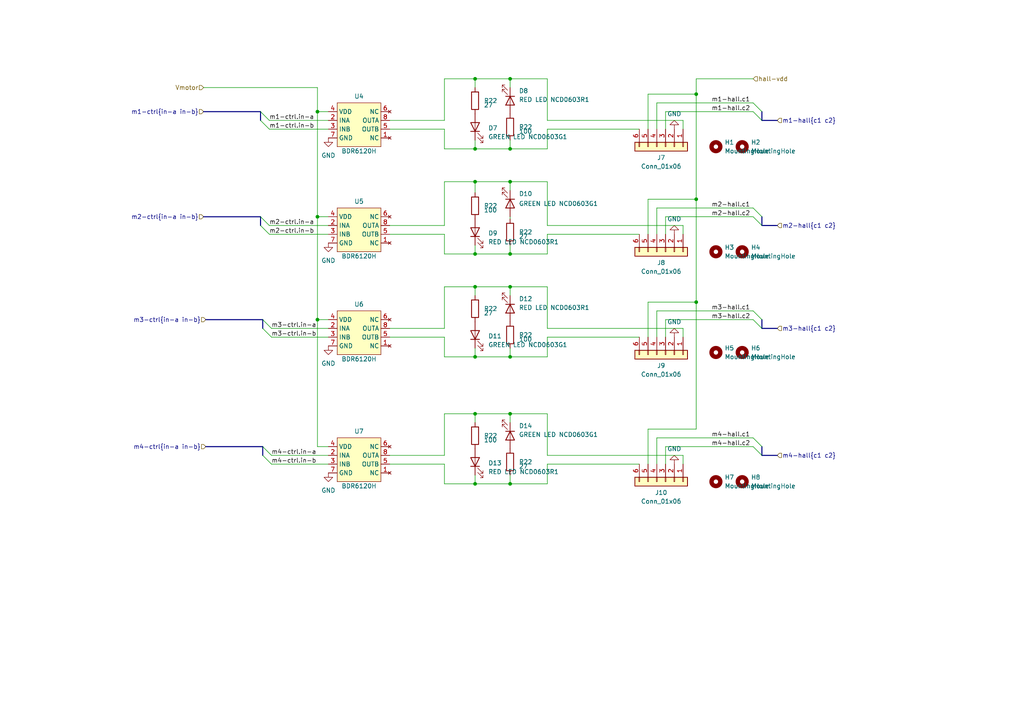
<source format=kicad_sch>
(kicad_sch (version 20230121) (generator eeschema)
  (paper "A4")
  (lib_symbols
    (symbol "Connector_Generic:Conn_01x06" (pin_names (offset 1.016) hide)
      (property "Reference" "J" (at 0 7.62 0))
      (property "Value" "Conn_01x06" (at 0 -10.16 0))
      (symbol "Conn_01x06_1_1"
        (rectangle (start -1.27 -7.493) (end 0 -7.747) (stroke (width 0.1524)))
        (rectangle (start -1.27 -4.953) (end 0 -5.207) (stroke (width 0.1524)))
        (rectangle (start -1.27 -2.413) (end 0 -2.667) (stroke (width 0.1524)))
        (rectangle (start -1.27 0.127) (end 0 -0.127) (stroke (width 0.1524)))
        (rectangle (start -1.27 2.667) (end 0 2.413) (stroke (width 0.1524)))
        (rectangle (start -1.27 5.207) (end 0 4.953) (stroke (width 0.1524)))
        (rectangle (start -1.27 6.35) (end 1.27 -8.89) (stroke (width 0.254)) (fill (type background)))
        (pin passive line (at -5.08 5.08 0) (length 3.81) (name "Pin_1") (number "1"))
        (pin passive line (at -5.08 2.54 0) (length 3.81) (name "Pin_2") (number "2"))
        (pin passive line (at -5.08 0 0) (length 3.81) (name "Pin_3") (number "3"))
        (pin passive line (at -5.08 -2.54 0) (length 3.81) (name "Pin_4") (number "4"))
        (pin passive line (at -5.08 -5.08 0) (length 3.81) (name "Pin_5") (number "5"))
        (pin passive line (at -5.08 -7.62 0) (length 3.81) (name "Pin_6") (number "6"))
      )
    )
    (symbol "Device:LED" (pin_numbers hide) (pin_names (offset 1.016) hide)
      (property "Reference" "D" (at 0 2.54 0))
      (property "Value" "LED" (at 0 -2.54 0))
      (symbol "LED_0_1"
        (polyline (pts (xy -1.27 -1.27) (xy -1.27 1.27)) (stroke (width 0.254)))
        (polyline (pts (xy -1.27 0) (xy 1.27 0)))
        (polyline (pts (xy 1.27 -1.27) (xy 1.27 1.27) (xy -1.27 0) (xy 1.27 -1.27)) (stroke (width 0.254)))
        (polyline (pts (xy -3.048 -0.762) (xy -4.572 -2.286) (xy -3.81 -2.286) (xy -4.572 -2.286) (xy -4.572 -1.524)))
        (polyline (pts (xy -1.778 -0.762) (xy -3.302 -2.286) (xy -2.54 -2.286) (xy -3.302 -2.286) (xy -3.302 -1.524)))
      )
      (symbol "LED_1_1"
        (pin passive line (at -3.81 0 0) (length 2.54) (name "K") (number "1"))
        (pin passive line (at 3.81 0 180) (length 2.54) (name "A") (number "2"))
      )
    )
    (symbol "Device:R" (pin_numbers hide) (pin_names (offset 0))
      (property "Reference" "R" (at 2.032 0 90))
      (property "Value" "R" (at 0 0 90))
      (symbol "R_0_1"
        (rectangle (start -1.016 -2.54) (end 1.016 2.54) (stroke (width 0.254)))
      )
      (symbol "R_1_1"
        (pin passive line (at 0 3.81 270) (length 1.27) (name "~") (number "1"))
        (pin passive line (at 0 -3.81 90) (length 1.27) (name "~") (number "2"))
      )
    )
    (symbol "Fan-motor:Motor-driver-1ch"
      (property "Reference" "U" (at -5.08 7.62 0))
      (symbol "Motor-driver-1ch_1_1"
        (rectangle (start -6.35 6.35) (end 6.35 -6.35) (fill (type background)))
        (pin no_connect line (at 8.89 -3.81 180) (length 2.54) (name "NC") (number "1"))
        (pin input line (at -8.89 1.27 0) (length 2.54) (name "INA") (number "2"))
        (pin input line (at -8.89 -1.27 0) (length 2.54) (name "INB") (number "3"))
        (pin power_in line (at -8.89 3.81 0) (length 2.54) (name "VDD") (number "4"))
        (pin output line (at 8.89 -1.27 180) (length 2.54) (name "OUTB") (number "5"))
        (pin no_connect line (at 8.89 3.81 180) (length 2.54) (name "NC") (number "6"))
        (pin power_in line (at -8.89 -3.81 0) (length 2.54) (name "GND") (number "7"))
        (pin output line (at 8.89 1.27 180) (length 2.54) (name "OUTA") (number "8"))
      )
    )
    (symbol "Mechanical:MountingHole" (pin_names (offset 1.016))
      (property "Reference" "H" (at 0 5.08 0))
      (property "Value" "MountingHole" (at 0 3.175 0))
      (symbol "MountingHole_0_1"
        (circle (center 0 0) (radius 1.27) (stroke (width 1.27)))
      )
    )
    (symbol "power:GND" (power) (pin_names (offset 0))
      (property "Value" "GND" (at 0 -3.81 0))
      (symbol "GND_0_1"
        (polyline (pts (xy 0 0) (xy 0 -1.27) (xy 1.27 -1.27) (xy 0 -2.54) (xy -1.27 -1.27) (xy 0 -1.27)))
      )
      (symbol "GND_1_1"
        (pin power_in line (at 0 0 270) (length 0) hide (name "GND") (number "1"))
      )
    )
  )
  (junction (at 137.795 52.705))
  (junction (at 147.955 140.335))
  (junction (at 201.93 27.305))
  (junction (at 137.795 22.86))
  (junction (at 147.955 43.18))
  (junction (at 137.795 43.18))
  (junction (at 137.795 73.66))
  (junction (at 147.955 73.66))
  (junction (at 147.955 103.505))
  (junction (at 147.955 120.015))
  (junction (at 201.93 57.785))
  (junction (at 92.075 32.385))
  (junction (at 147.955 52.705))
  (junction (at 137.795 83.185))
  (junction (at 137.795 120.015))
  (junction (at 137.795 140.335))
  (junction (at 147.955 22.86))
  (junction (at 92.075 92.71))
  (junction (at 201.93 87.63))
  (junction (at 137.795 103.505))
  (junction (at 92.075 62.865))
  (junction (at 147.955 83.185))
  (bus_entry (at 78.105 34.925) (size -2.54 -2.54))
  (bus_entry (at 78.74 95.25) (size -2.54 -2.54))
  (bus_entry (at 218.44 32.385) (size 2.54 2.54))
  (bus_entry (at 218.44 127) (size 2.54 2.54))
  (bus_entry (at 218.44 90.17) (size 2.54 2.54))
  (bus_entry (at 218.44 92.71) (size 2.54 2.54))
  (bus_entry (at 78.74 132.08) (size -2.54 -2.54))
  (bus_entry (at 218.44 60.325) (size 2.54 2.54))
  (bus_entry (at 218.44 29.845) (size 2.54 2.54))
  (bus_entry (at 218.44 62.865) (size 2.54 2.54))
  (bus_entry (at 78.105 37.465) (size -2.54 -2.54))
  (bus_entry (at 218.44 129.54) (size 2.54 2.54))
  (bus_entry (at 78.105 65.405) (size -2.54 -2.54))
  (bus_entry (at 78.105 67.945) (size -2.54 -2.54))
  (bus_entry (at 78.74 97.79) (size -2.54 -2.54))
  (bus_entry (at 78.74 134.62) (size -2.54 -2.54))
  (wire (pts (xy 128.905 67.945) (xy 113.03 67.945)))
  (wire (pts (xy 128.905 103.505) (xy 128.905 97.79)))
  (wire (pts (xy 78.74 134.62) (xy 95.25 134.62)))
  (wire (pts (xy 158.75 120.015) (xy 158.75 132.08)))
  (wire (pts (xy 193.04 62.865) (xy 218.44 62.865)))
  (wire (pts (xy 158.75 22.86) (xy 158.75 34.925)))
  (wire (pts (xy 137.795 52.705) (xy 137.795 55.88)))
  (wire (pts (xy 147.955 71.12) (xy 147.955 73.66)))
  (wire (pts (xy 158.75 67.945) (xy 158.75 73.66)))
  (wire (pts (xy 128.905 140.335) (xy 128.905 134.62)))
  (wire (pts (xy 113.03 95.25) (xy 128.905 95.25)))
  (wire (pts (xy 147.955 103.505) (xy 137.795 103.505)))
  (wire (pts (xy 128.905 134.62) (xy 113.03 134.62)))
  (wire (pts (xy 187.96 87.63) (xy 201.93 87.63)))
  (wire (pts (xy 185.42 97.79) (xy 158.75 97.79)))
  (wire (pts (xy 187.96 57.785) (xy 201.93 57.785)))
  (wire (pts (xy 113.03 65.405) (xy 128.905 65.405)))
  (wire (pts (xy 92.075 62.865) (xy 95.25 62.865)))
  (wire (pts (xy 147.955 140.335) (xy 137.795 140.335)))
  (wire (pts (xy 92.075 92.71) (xy 95.25 92.71)))
  (wire (pts (xy 137.795 22.86) (xy 147.955 22.86)))
  (bus (pts (xy 59.69 129.54) (xy 76.2 129.54)))
  (wire (pts (xy 92.075 129.54) (xy 95.25 129.54)))
  (wire (pts (xy 201.93 22.86) (xy 218.44 22.86)))
  (wire (pts (xy 137.795 120.015) (xy 137.795 122.555)))
  (wire (pts (xy 158.75 132.08) (xy 198.12 132.08)))
  (wire (pts (xy 128.905 97.79) (xy 113.03 97.79)))
  (wire (pts (xy 147.955 22.86) (xy 158.75 22.86)))
  (wire (pts (xy 92.075 32.385) (xy 95.25 32.385)))
  (wire (pts (xy 78.105 34.925) (xy 95.25 34.925)))
  (wire (pts (xy 190.5 29.845) (xy 218.44 29.845)))
  (wire (pts (xy 137.795 73.66) (xy 128.905 73.66)))
  (bus (pts (xy 75.565 32.385) (xy 75.565 34.925)))
  (wire (pts (xy 198.12 132.08) (xy 198.12 134.62)))
  (wire (pts (xy 147.955 100.965) (xy 147.955 103.505)))
  (wire (pts (xy 128.905 120.015) (xy 137.795 120.015)))
  (wire (pts (xy 201.93 87.63) (xy 201.93 124.46)))
  (wire (pts (xy 193.04 97.79) (xy 193.04 92.71)))
  (wire (pts (xy 92.075 25.4) (xy 92.075 32.385)))
  (wire (pts (xy 193.04 67.945) (xy 193.04 62.865)))
  (wire (pts (xy 92.075 32.385) (xy 92.075 62.865)))
  (wire (pts (xy 137.795 83.185) (xy 147.955 83.185)))
  (bus (pts (xy 59.69 92.71) (xy 76.2 92.71)))
  (wire (pts (xy 78.105 67.945) (xy 95.25 67.945)))
  (wire (pts (xy 201.93 57.785) (xy 201.93 87.63)))
  (bus (pts (xy 75.565 62.865) (xy 75.565 65.405)))
  (wire (pts (xy 193.04 92.71) (xy 218.44 92.71)))
  (wire (pts (xy 198.12 34.925) (xy 198.12 37.465)))
  (wire (pts (xy 147.955 52.705) (xy 158.75 52.705)))
  (wire (pts (xy 187.96 27.305) (xy 201.93 27.305)))
  (wire (pts (xy 147.955 73.66) (xy 137.795 73.66)))
  (wire (pts (xy 147.955 40.64) (xy 147.955 43.18)))
  (wire (pts (xy 113.03 132.08) (xy 128.905 132.08)))
  (bus (pts (xy 220.98 62.865) (xy 220.98 65.405)))
  (wire (pts (xy 78.74 97.79) (xy 95.25 97.79)))
  (bus (pts (xy 220.98 32.385) (xy 220.98 34.925)))
  (wire (pts (xy 78.74 95.25) (xy 95.25 95.25)))
  (wire (pts (xy 137.795 22.86) (xy 137.795 25.4)))
  (wire (pts (xy 190.5 37.465) (xy 190.5 29.845)))
  (wire (pts (xy 187.96 37.465) (xy 187.96 27.305)))
  (wire (pts (xy 190.5 97.79) (xy 190.5 90.17)))
  (wire (pts (xy 147.955 85.725) (xy 147.955 83.185)))
  (wire (pts (xy 147.955 122.555) (xy 147.955 120.015)))
  (wire (pts (xy 128.905 95.25) (xy 128.905 83.185)))
  (wire (pts (xy 137.795 140.335) (xy 128.905 140.335)))
  (wire (pts (xy 185.42 67.945) (xy 158.75 67.945)))
  (wire (pts (xy 190.5 127) (xy 218.44 127)))
  (wire (pts (xy 137.795 100.965) (xy 137.795 103.505)))
  (wire (pts (xy 78.105 37.465) (xy 95.25 37.465)))
  (bus (pts (xy 76.2 92.71) (xy 76.2 95.25)))
  (wire (pts (xy 137.795 103.505) (xy 128.905 103.505)))
  (wire (pts (xy 78.74 132.08) (xy 95.25 132.08)))
  (wire (pts (xy 187.96 134.62) (xy 187.96 124.46)))
  (wire (pts (xy 147.955 63.5) (xy 147.955 62.865)))
  (bus (pts (xy 225.425 65.405) (xy 220.98 65.405)))
  (wire (pts (xy 193.04 32.385) (xy 218.44 32.385)))
  (wire (pts (xy 158.75 97.79) (xy 158.75 103.505)))
  (wire (pts (xy 128.905 73.66) (xy 128.905 67.945)))
  (wire (pts (xy 137.795 43.18) (xy 128.905 43.18)))
  (wire (pts (xy 147.955 120.015) (xy 158.75 120.015)))
  (wire (pts (xy 158.75 103.505) (xy 147.955 103.505)))
  (wire (pts (xy 190.5 134.62) (xy 190.5 127)))
  (wire (pts (xy 128.905 37.465) (xy 113.03 37.465)))
  (bus (pts (xy 59.055 32.385) (xy 75.565 32.385)))
  (bus (pts (xy 220.98 129.54) (xy 220.98 132.08)))
  (wire (pts (xy 158.75 95.25) (xy 198.12 95.25)))
  (wire (pts (xy 158.75 73.66) (xy 147.955 73.66)))
  (bus (pts (xy 225.425 132.08) (xy 220.98 132.08)))
  (wire (pts (xy 185.42 37.465) (xy 158.75 37.465)))
  (wire (pts (xy 59.055 25.4) (xy 92.075 25.4)))
  (wire (pts (xy 193.04 37.465) (xy 193.04 32.385)))
  (wire (pts (xy 78.105 65.405) (xy 95.25 65.405)))
  (bus (pts (xy 220.98 92.71) (xy 220.98 95.25)))
  (wire (pts (xy 198.12 65.405) (xy 198.12 67.945)))
  (bus (pts (xy 59.055 62.865) (xy 75.565 62.865)))
  (wire (pts (xy 158.75 34.925) (xy 198.12 34.925)))
  (bus (pts (xy 76.2 129.54) (xy 76.2 132.08)))
  (wire (pts (xy 158.75 83.185) (xy 158.75 95.25)))
  (wire (pts (xy 158.75 43.18) (xy 147.955 43.18)))
  (wire (pts (xy 201.93 22.86) (xy 201.93 27.305)))
  (bus (pts (xy 225.425 34.925) (xy 220.98 34.925)))
  (wire (pts (xy 128.905 83.185) (xy 137.795 83.185)))
  (wire (pts (xy 137.795 137.795) (xy 137.795 140.335)))
  (wire (pts (xy 147.955 55.245) (xy 147.955 52.705)))
  (wire (pts (xy 128.905 43.18) (xy 128.905 37.465)))
  (wire (pts (xy 128.905 132.08) (xy 128.905 120.015)))
  (wire (pts (xy 201.93 27.305) (xy 201.93 57.785)))
  (wire (pts (xy 187.96 124.46) (xy 201.93 124.46)))
  (wire (pts (xy 198.12 95.25) (xy 198.12 97.79)))
  (wire (pts (xy 137.795 83.185) (xy 137.795 85.725)))
  (wire (pts (xy 187.96 97.79) (xy 187.96 87.63)))
  (wire (pts (xy 137.795 40.64) (xy 137.795 43.18)))
  (wire (pts (xy 185.42 134.62) (xy 158.75 134.62)))
  (wire (pts (xy 158.75 52.705) (xy 158.75 65.405)))
  (wire (pts (xy 128.905 22.86) (xy 137.795 22.86)))
  (wire (pts (xy 190.5 90.17) (xy 218.44 90.17)))
  (wire (pts (xy 137.795 120.015) (xy 147.955 120.015)))
  (wire (pts (xy 158.75 37.465) (xy 158.75 43.18)))
  (wire (pts (xy 193.04 134.62) (xy 193.04 129.54)))
  (wire (pts (xy 187.96 67.945) (xy 187.96 57.785)))
  (wire (pts (xy 113.03 34.925) (xy 128.905 34.925)))
  (wire (pts (xy 137.795 52.705) (xy 147.955 52.705)))
  (wire (pts (xy 158.75 65.405) (xy 198.12 65.405)))
  (wire (pts (xy 147.955 83.185) (xy 158.75 83.185)))
  (wire (pts (xy 128.905 65.405) (xy 128.905 52.705)))
  (wire (pts (xy 147.955 137.795) (xy 147.955 140.335)))
  (wire (pts (xy 190.5 67.945) (xy 190.5 60.325)))
  (wire (pts (xy 158.75 134.62) (xy 158.75 140.335)))
  (wire (pts (xy 158.75 140.335) (xy 147.955 140.335)))
  (wire (pts (xy 128.905 34.925) (xy 128.905 22.86)))
  (wire (pts (xy 147.955 43.18) (xy 137.795 43.18)))
  (wire (pts (xy 193.04 129.54) (xy 218.44 129.54)))
  (wire (pts (xy 128.905 52.705) (xy 137.795 52.705)))
  (wire (pts (xy 92.075 62.865) (xy 92.075 92.71)))
  (wire (pts (xy 190.5 60.325) (xy 218.44 60.325)))
  (wire (pts (xy 92.075 92.71) (xy 92.075 129.54)))
  (wire (pts (xy 147.955 25.4) (xy 147.955 22.86)))
  (bus (pts (xy 225.425 95.25) (xy 220.98 95.25)))
  (wire (pts (xy 137.795 71.12) (xy 137.795 73.66)))
  (label "m4-ctrl.in-b" (at 78.74 134.62 0))
  (label "m1-hall.c2" (at 206.375 32.385 0))
  (label "m2-ctrl.in-a" (at 78.105 65.405 0))
  (label "m4-hall.c2" (at 206.375 129.54 0))
  (label "m2-hall.c2" (at 206.375 62.865 0))
  (label "m3-ctrl.in-a" (at 78.74 95.25 0))
  (label "m2-ctrl.in-b" (at 78.105 67.945 0))
  (label "m3-hall.c1" (at 206.375 90.17 0))
  (label "m3-ctrl.in-b" (at 78.74 97.79 0))
  (label "m3-hall.c2" (at 206.375 92.71 0))
  (label "m1-ctrl.in-b" (at 78.105 37.465 0))
  (label "m1-hall.c1" (at 206.375 29.845 0))
  (label "m2-hall.c1" (at 206.375 60.325 0))
  (label "m1-ctrl.in-a" (at 78.105 34.925 0))
  (label "m4-hall.c1" (at 206.375 127 0))
  (label "m4-ctrl.in-a" (at 78.74 132.08 0))
  (hierarchical_label "m3-ctrl{in-a in-b}" (shape input) (at 59.69 92.71 180))
  (hierarchical_label "m4-hall{c1 c2}" (shape input) (at 225.425 132.08 0))
  (hierarchical_label "m2-ctrl{in-a in-b}" (shape input) (at 59.055 62.865 180))
  (hierarchical_label "Vmotor" (shape input) (at 59.055 25.4 180))
  (hierarchical_label "hall-vdd" (shape input) (at 218.44 22.86 0))
  (hierarchical_label "m1-ctrl{in-a in-b}" (shape input) (at 59.055 32.385 180))
  (hierarchical_label "m2-hall{c1 c2}" (shape input) (at 225.425 65.405 0))
  (hierarchical_label "m4-ctrl{in-a in-b}" (shape input) (at 59.69 129.54 180))
  (hierarchical_label "m3-hall{c1 c2}" (shape input) (at 225.425 95.25 0))
  (hierarchical_label "m1-hall{c1 c2}" (shape input) (at 225.425 34.925 0))
  (symbol (lib_id "Device:LED") (at 147.955 29.21 270) (unit 1)
    (property "Reference" "D8" (at 150.495 26.3525 90) (effects (justify left)))
    (property "Value" "RED LED NCD0603R1" (at 150.495 28.8925 90) (effects (justify left)))
    (property "Footprint" "LED_SMD:LED_0603_1608Metric" (effects hide))
  )
  (symbol (lib_id "Device:R") (at 137.795 126.365 0) (unit 1)
    (property "Reference" "R22" (at 140.335 126.365 0) (effects (justify left)))
    (property "Value" "100" (at 140.335 127.635 0) (effects (justify left)))
    (property "Footprint" "Resistor_SMD:R_0402_1005Metric" (effects hide))
    (instances (project "FreeBot_main_v1.1b" (path "" (reference "R22") (unit 1)) (path "" (reference "R57") (unit 1))))
  )
  (symbol (lib_id "power:GND") (at 195.58 134.62 180) (unit 1)
    (property "Reference" "#PWR053" (effects hide))
    (property "Value" "GND" (at 195.58 130.175 0))
  )
  (symbol (lib_id "Device:LED") (at 147.955 59.055 270) (unit 1)
    (property "Reference" "D10" (at 150.495 56.1975 90) (effects (justify left)))
    (property "Value" "GREEN LED NCD0603G1" (at 150.495 59.055 90) (effects (justify left)))
    (property "Footprint" "LED_SMD:LED_0603_1608Metric" (effects hide))
  )
  (symbol (lib_id "Fan-motor:Motor-driver-1ch") (at 104.14 66.675 0) (unit 1)
    (property "Reference" "U5" (at 104.14 58.42 0))
    (property "Value" "BDR6120H" (at 104.14 74.295 0))
    (property "Footprint" "Fan-Motor:motor-driver-BDR6120H" (effects hide))
  )
  (symbol (lib_id "power:GND") (at 195.58 97.79 180) (unit 1)
    (property "Reference" "#PWR052" (effects hide))
    (property "Value" "GND" (at 195.58 93.345 0))
  )
  (symbol (lib_id "Mechanical:MountingHole") (at 207.645 102.235 0) (unit 1)
    (property "Reference" "H5" (at 210.185 100.965 0) (effects (justify left)))
    (property "Value" "MountingHole" (at 210.185 103.505 0) (effects (justify left)))
    (property "Footprint" "MountingHole:MountingHole_2.2mm_M2_ISO7380" (effects hide))
  )
  (symbol (lib_id "Connector_Generic:Conn_01x06") (at 193.04 102.87 270) (unit 1)
    (property "Reference" "J9" (at 191.77 106.045 90))
    (property "Value" "Conn_01x06" (at 191.77 108.585 90))
    (property "Footprint" "Fan-Connectors:ZH-1.5mm-1x6p-TH" (effects hide))
  )
  (symbol (lib_id "Mechanical:MountingHole") (at 207.645 73.025 0) (unit 1)
    (property "Reference" "H3" (at 210.185 71.755 0) (effects (justify left)))
    (property "Value" "MountingHole" (at 210.185 74.295 0) (effects (justify left)))
    (property "Footprint" "MountingHole:MountingHole_2.2mm_M2_ISO7380" (effects hide))
  )
  (symbol (lib_id "Device:R") (at 137.795 89.535 0) (unit 1)
    (property "Reference" "R22" (at 140.335 89.535 0) (effects (justify left)))
    (property "Value" "27" (at 140.335 90.805 0) (effects (justify left)))
    (property "Footprint" "Resistor_SMD:R_0402_1005Metric" (effects hide))
    (instances (project "FreeBot_main_v1.1b" (path "" (reference "R22") (unit 1)) (path "" (reference "R55") (unit 1))))
  )
  (symbol (lib_id "Device:LED") (at 137.795 36.83 90) (unit 1)
    (property "Reference" "D7" (at 141.605 37.1475 90) (effects (justify right)))
    (property "Value" "GREEN LED NCD0603G1" (at 141.605 39.6875 90) (effects (justify right)))
    (property "Footprint" "LED_SMD:LED_0603_1608Metric" (effects hide))
  )
  (symbol (lib_id "Mechanical:MountingHole") (at 215.265 42.545 0) (unit 1)
    (property "Reference" "H2" (at 217.805 41.275 0) (effects (justify left)))
    (property "Value" "MountingHole" (at 217.805 43.815 0) (effects (justify left)))
    (property "Footprint" "MountingHole:MountingHole_2.2mm_M2_ISO7380" (effects hide))
  )
  (symbol (lib_id "Device:R") (at 147.955 67.31 0) (unit 1)
    (property "Reference" "R22" (at 150.495 67.31 0) (effects (justify left)))
    (property "Value" "27" (at 150.495 68.58 0) (effects (justify left)))
    (property "Footprint" "Resistor_SMD:R_0402_1005Metric" (effects hide))
    (instances (project "FreeBot_main_v1.1b" (path "" (reference "R22") (unit 1)) (path "" (reference "R54") (unit 1))))
  )
  (symbol (lib_id "Mechanical:MountingHole") (at 215.265 139.7 0) (unit 1)
    (property "Reference" "H8" (at 217.805 138.43 0) (effects (justify left)))
    (property "Value" "MountingHole" (at 217.805 140.97 0) (effects (justify left)))
    (property "Footprint" "MountingHole:MountingHole_2.2mm_M2_ISO7380" (effects hide))
  )
  (symbol (lib_id "power:GND") (at 95.25 137.16 0) (unit 1)
    (property "Reference" "#PWR049" (effects hide))
    (property "Value" "GND" (at 95.25 142.24 0))
  )
  (symbol (lib_id "Mechanical:MountingHole") (at 215.265 102.235 0) (unit 1)
    (property "Reference" "H6" (at 217.805 100.965 0) (effects (justify left)))
    (property "Value" "MountingHole" (at 217.805 103.505 0) (effects (justify left)))
    (property "Footprint" "MountingHole:MountingHole_2.2mm_M2_ISO7380" (effects hide))
  )
  (symbol (lib_id "Device:R") (at 147.955 97.155 0) (unit 1)
    (property "Reference" "R22" (at 150.495 97.155 0) (effects (justify left)))
    (property "Value" "100" (at 150.495 98.425 0) (effects (justify left)))
    (property "Footprint" "Resistor_SMD:R_0402_1005Metric" (effects hide))
    (instances (project "FreeBot_main_v1.1b" (path "" (reference "R22") (unit 1)) (path "" (reference "R56") (unit 1))))
  )
  (symbol (lib_id "Mechanical:MountingHole") (at 215.265 73.025 0) (unit 1)
    (property "Reference" "H4" (at 217.805 71.755 0) (effects (justify left)))
    (property "Value" "MountingHole" (at 217.805 74.295 0) (effects (justify left)))
    (property "Footprint" "MountingHole:MountingHole_2.2mm_M2_ISO7380" (effects hide))
  )
  (symbol (lib_id "Device:R") (at 137.795 29.21 0) (unit 1)
    (property "Reference" "R22" (at 140.335 29.21 0) (effects (justify left)))
    (property "Value" "27" (at 140.335 30.48 0) (effects (justify left)))
    (property "Footprint" "Resistor_SMD:R_0402_1005Metric" (effects hide))
    (instances (project "FreeBot_main_v1.1b" (path "" (reference "R22") (unit 1)) (path "" (reference "R51") (unit 1))))
  )
  (symbol (lib_id "Device:LED") (at 137.795 97.155 90) (unit 1)
    (property "Reference" "D11" (at 141.605 97.4725 90) (effects (justify right)))
    (property "Value" "GREEN LED NCD0603G1" (at 141.605 100.0125 90) (effects (justify right)))
    (property "Footprint" "LED_SMD:LED_0603_1608Metric" (effects hide))
  )
  (symbol (lib_id "Connector_Generic:Conn_01x06") (at 193.04 42.545 270) (unit 1)
    (property "Reference" "J7" (at 191.77 45.72 90))
    (property "Value" "Conn_01x06" (at 191.77 48.26 90))
    (property "Footprint" "Fan-Connectors:ZH-1.5mm-1x6p-TH" (effects hide))
  )
  (symbol (lib_id "Fan-motor:Motor-driver-1ch") (at 104.14 96.52 0) (unit 1)
    (property "Reference" "U6" (at 104.14 88.265 0))
    (property "Value" "BDR6120H" (at 104.14 104.14 0))
    (property "Footprint" "Fan-Motor:motor-driver-BDR6120H" (effects hide))
  )
  (symbol (lib_id "Device:LED") (at 137.795 133.985 90) (unit 1)
    (property "Reference" "D13" (at 141.605 134.3025 90) (effects (justify right)))
    (property "Value" "RED LED NCD0603R1" (at 141.605 136.8425 90) (effects (justify right)))
    (property "Footprint" "LED_SMD:LED_0603_1608Metric" (effects hide))
  )
  (symbol (lib_id "Device:LED") (at 147.955 126.365 270) (unit 1)
    (property "Reference" "D14" (at 150.495 123.5075 90) (effects (justify left)))
    (property "Value" "GREEN LED NCD0603G1" (at 150.495 126.0475 90) (effects (justify left)))
    (property "Footprint" "LED_SMD:LED_0603_1608Metric" (effects hide))
  )
  (symbol (lib_id "power:GND") (at 95.25 40.005 0) (unit 1)
    (property "Reference" "#PWR046" (effects hide))
    (property "Value" "GND" (at 95.25 45.085 0))
  )
  (symbol (lib_id "Fan-motor:Motor-driver-1ch") (at 104.14 133.35 0) (unit 1)
    (property "Reference" "U7" (at 104.14 125.095 0))
    (property "Value" "BDR6120H" (at 104.14 140.97 0))
    (property "Footprint" "Fan-Motor:motor-driver-BDR6120H" (effects hide))
  )
  (symbol (lib_id "Device:LED") (at 147.955 89.535 270) (unit 1)
    (property "Reference" "D12" (at 150.495 86.6775 90) (effects (justify left)))
    (property "Value" "RED LED NCD0603R1" (at 150.495 89.2175 90) (effects (justify left)))
    (property "Footprint" "LED_SMD:LED_0603_1608Metric" (effects hide))
  )
  (symbol (lib_id "Connector_Generic:Conn_01x06") (at 193.04 73.025 270) (unit 1)
    (property "Reference" "J8" (at 191.77 76.2 90))
    (property "Value" "Conn_01x06" (at 191.77 78.74 90))
    (property "Footprint" "Fan-Connectors:ZH-1.5mm-1x6p-TH" (effects hide))
  )
  (symbol (lib_id "Mechanical:MountingHole") (at 207.645 42.545 0) (unit 1)
    (property "Reference" "H1" (at 210.185 41.275 0) (effects (justify left)))
    (property "Value" "MountingHole" (at 210.185 43.815 0) (effects (justify left)))
    (property "Footprint" "MountingHole:MountingHole_2.2mm_M2_ISO7380" (effects hide))
  )
  (symbol (lib_id "Device:R") (at 147.955 36.83 0) (unit 1)
    (property "Reference" "R22" (at 150.495 36.83 0) (effects (justify left)))
    (property "Value" "100" (at 150.495 38.1 0) (effects (justify left)))
    (property "Footprint" "Resistor_SMD:R_0402_1005Metric" (effects hide))
    (instances (project "FreeBot_main_v1.1b" (path "" (reference "R22") (unit 1)) (path "" (reference "R52") (unit 1))))
  )
  (symbol (lib_id "power:GND") (at 195.58 67.945 180) (unit 1)
    (property "Reference" "#PWR051" (effects hide))
    (property "Value" "GND" (at 195.58 63.5 0))
  )
  (symbol (lib_id "Device:R") (at 137.795 59.69 0) (unit 1)
    (property "Reference" "R22" (at 140.335 59.69 0) (effects (justify left)))
    (property "Value" "100" (at 140.335 60.96 0) (effects (justify left)))
    (property "Footprint" "Resistor_SMD:R_0402_1005Metric" (effects hide))
    (instances (project "FreeBot_main_v1.1b" (path "" (reference "R22") (unit 1)) (path "" (reference "R53") (unit 1))))
  )
  (symbol (lib_id "power:GND") (at 195.58 37.465 180) (unit 1)
    (property "Reference" "#PWR050" (effects hide))
    (property "Value" "GND" (at 195.58 33.02 0))
  )
  (symbol (lib_id "Mechanical:MountingHole") (at 207.645 139.7 0) (unit 1)
    (property "Reference" "H7" (at 210.185 138.43 0) (effects (justify left)))
    (property "Value" "MountingHole" (at 210.185 140.97 0) (effects (justify left)))
    (property "Footprint" "MountingHole:MountingHole_2.2mm_M2_ISO7380" (effects hide))
  )
  (symbol (lib_id "Connector_Generic:Conn_01x06") (at 193.04 139.7 270) (unit 1)
    (property "Reference" "J10" (at 191.77 142.875 90))
    (property "Value" "Conn_01x06" (at 191.77 145.415 90))
    (property "Footprint" "Fan-Connectors:ZH-1.5mm-1x6p-TH" (effects hide))
  )
  (symbol (lib_id "power:GND") (at 95.25 100.33 0) (unit 1)
    (property "Reference" "#PWR048" (effects hide))
    (property "Value" "GND" (at 95.25 105.41 0))
  )
  (symbol (lib_id "Device:R") (at 147.955 133.985 0) (unit 1)
    (property "Reference" "R22" (at 150.495 133.985 0) (effects (justify left)))
    (property "Value" "27" (at 150.495 135.255 0) (effects (justify left)))
    (property "Footprint" "Resistor_SMD:R_0402_1005Metric" (effects hide))
    (instances (project "FreeBot_main_v1.1b" (path "" (reference "R22") (unit 1)) (path "" (reference "R58") (unit 1))))
  )
  (symbol (lib_id "Device:LED") (at 137.795 67.31 90) (unit 1)
    (property "Reference" "D9" (at 141.605 67.6275 90) (effects (justify right)))
    (property "Value" "RED LED NCD0603R1" (at 141.605 70.1675 90) (effects (justify right)))
    (property "Footprint" "LED_SMD:LED_0603_1608Metric" (effects hide))
  )
  (symbol (lib_id "Fan-motor:Motor-driver-1ch") (at 104.14 36.195 0) (unit 1)
    (property "Reference" "U4" (at 104.14 27.94 0))
    (property "Value" "BDR6120H" (at 104.14 43.815 0))
    (property "Footprint" "Fan-Motor:motor-driver-BDR6120H" (effects hide))
  )
  (symbol (lib_id "power:GND") (at 95.25 70.485 0) (unit 1)
    (property "Reference" "#PWR047" (effects hide))
    (property "Value" "GND" (at 95.25 75.565 0))
  )
)
</source>
